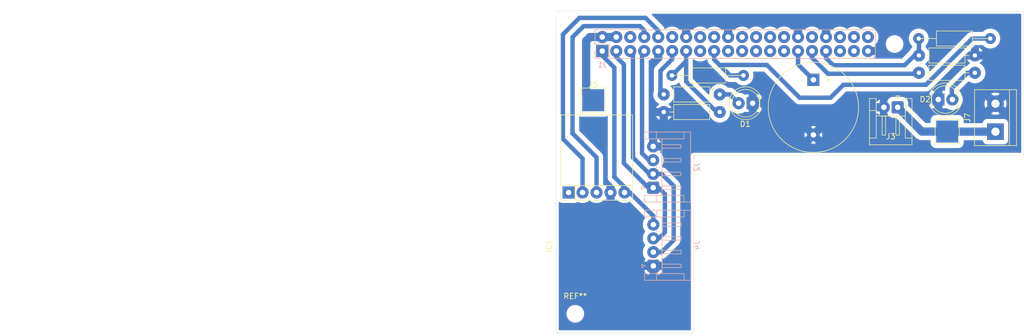
<source format=kicad_pcb>
(kicad_pcb (version 20240108) (generator "pcbnew") (generator_version "8.0")
  (layers (0 "F.Cu" signal) (31 "B.Cu" signal) (34 "B.Paste" user) (35 "F.Paste" user) (36 "B.SilkS" user "B.Silkscreen") (37 "F.SilkS" user "F.Silkscreen") (38 "B.Mask" user) (39 "F.Mask" user) (44 "Edge.Cuts" user))
  (net 0 "")
  (net 1 "GPIO5")
  (net 2 "GPIO13")
  (net 3 "Net-(D1-A)")
  (net 5 "Net-(D2-A)")
  (net 6 "+3.3V")
  (net 7 "TX")
  (net 9 "RX")
  (net 10 "GND")
  (net 13 "GPIO6")
  (net 17 "GPIO27")
  (net 20 "GPIO17")
  (net 21 "+5V")
  (net 23 "SDA")
  (net 28 "SCL")
  (net 33 "GPIO4")
  (net 35 "Net-(J5-Pin_1)")
  (footprint "Library_komsos:JST_EH_S2B-EH_1x02_P2.50mm_Horizontal_kosmos" (layer "F.Cu") (at 208.05 64.4925 180)
    (property "Reference" "J3" (at 1.25 -5.3025 0) (layer "F.SilkS"))
    (property "Value" "Cable_Extention_Stereo")
    (fp_line (start 5.11 1.61) (end 3.89 1.61) (stroke (width 0.12)) (layer "F.SilkS"))
    (fp_line (start 5.11 -5.59) (end 3.89 -5.59) (stroke (width 0.12)) (layer "F.SilkS"))
    (fp_line (start 5.11 -6.81) (end 5.11 1.61) (stroke (width 0.12)) (layer "F.SilkS"))
    (fp_line (start 3.89 1.61) (end 3.89 -0.59) (stroke (width 0.12)) (layer "F.SilkS"))
    (fp_line (start 3.89 -0.59) (end 5.11 -0.59) (stroke (width 0.12)) (layer "F.SilkS"))
    (fp_line (start 3.89 -5.59) (end 3.89 -0.59) (stroke (width 0.12)) (layer "F.SilkS"))
    (fp_line (start 2.82 -1.59) (end 2.5 -1.59) (stroke (width 0.12)) (layer "F.SilkS"))
    (fp_line (start 2.82 -5.01) (end 2.82 -1.59) (stroke (width 0.12)) (layer "F.SilkS"))
    (fp_line (start 2.5 -1.59) (end 2.18 -1.59) (stroke (width 0.12)) (layer "F.SilkS"))
    (fp_line (start 2.5 -5.09) (end 2.82 -5.01) (stroke (width 0.12)) (layer "F.SilkS"))
    (fp_line (start 2.18 -1.59) (end 2.18 -5.01) (stroke (width 0.12)) (layer "F.SilkS"))
    (fp_line (start 2.18 -5.01) (end 2.5 -5.09) (stroke (width 0.12)) (layer "F.SilkS"))
    (fp_line (start 1.17 -0.59) (end 1.33 -0.59) (stroke (width 0.12)) (layer "F.SilkS"))
    (fp_line (start 0.32 -1.59) (end 0 -1.59) (stroke (width 0.12)) (layer "F.SilkS"))
    (fp_line (start 0.32 -5.01) (end 0.32 -1.59) (stroke (width 0.12)) (layer "F.SilkS"))
    (fp_line (start 0.3 2.1) (end 0 1.5) (stroke (width 0.12)) (layer "F.SilkS"))
    (fp_line (start 0 1.5) (end -0.3 2.1) (stroke (width 0.12)) (layer "F.SilkS"))
    (fp_line (start 0 -1.59) (end -0.32 -1.59) (stroke (width 0.12)) (layer "F.SilkS"))
    (fp_line (start 0 -5.09) (end 0.32 -5.01) (stroke (width 0.12)) (layer "F.SilkS"))
    (fp_line (start -0.3 2.1) (end 0.3 2.1) (stroke (width 0.12)) (layer "F.SilkS"))
    (fp_line (start -0.32 -1.59) (end -0.32 -5.01) (stroke (width 0.12)) (layer "F.SilkS"))
    (fp_line (start -0.32 -5.01) (end 0 -5.09) (stroke (width 0.12)) (layer "F.SilkS"))
    (fp_line (start -1.39 1.61) (end -2.61 1.61) (stroke (width 0.12)) (layer "F.SilkS"))
    (fp_line (start -1.39 -0.59) (end -1.39 1.61) (stroke (width 0.12)) (layer "F.SilkS"))
    (fp_line (start -1.39 -0.59) (end -2.61 -0.59) (stroke (width 0.12)) (layer "F.SilkS"))
    (fp_line (start -1.39 -1.59) (end 3.89 -1.59) (stroke (width 0.12)) (layer "F.SilkS"))
    (fp_line (start -1.39 -5.59) (end -1.39 -0.59) (stroke (width 0.12)) (layer "F.SilkS"))
    (fp_line (start -2.61 1.61) (end -2.61 -6.81) (stroke (width 0.12)) (layer "F.SilkS"))
    (fp_line (start -2.61 -5.59) (end -1.39 -5.59) (stroke (width 0.12)) (layer "F.SilkS"))
    (fp_line (start -2.61 -6.81) (end 5.11 -6.81) (stroke (width 0.12)) (layer "F.SilkS"))
    (pad "1" thru_hole roundrect (at 0 0 180) (size 2.2 2.2) (drill 1) (layers "*.Cu" "*.Mask") (roundrect_rratio 0.147059) (net 21 "+5V"))
    (pad "2" thru_hole oval (at 2.5 0 180) (size 2.2 2.2) (drill 1) (layers "*.Cu" "*.Mask") (net 10 "GND"))
  )
  (footprint "Library_komsos:MountingHole_2.2mm_M2" (layer "F.Cu") (at 149.5 102)
    (property "Reference" "REF**" (at 0 -3.2 0) (layer "F.SilkS"))
    (property "Value" "MountingHole_2.2mm_M2")
    (pad "" np_thru_hole circle (at 0 0) (size 2.2 2.2) (drill 2.2) (layers "F&B.Cu" "*.Mask") (clearance 0.5))
  )
  (footprint "Library_komsos:TestPoint_Pad_4.0x4.0mm_KOSMOS" (layer "F.Cu") (at 152.75 63.2)
    (property "Reference" "J5" (at 0 -2.898 0) (layer "F.SilkS"))
    (property "Value" "Conn_01x01_Socket_Solder_Pad" (hide yes))
    (fp_line (start -2.2 -2.2) (end 2.2 -2.2) (stroke (width 0.12)) (layer "F.SilkS"))
    (fp_line (start -2.2 2.2) (end -2.2 -2.2) (stroke (width 0.12)) (layer "F.SilkS"))
    (fp_line (start 2.2 -2.2) (end 2.2 2.2) (stroke (width 0.12)) (layer "F.SilkS"))
    (fp_line (start 2.2 2.2) (end -2.2 2.2) (stroke (width 0.12)) (layer "F.SilkS"))
    (pad "1" smd rect (at 0 0) (size 4 4) (layers "B.Cu" "B.Mask") (net 35 "Net-(J5-Pin_1)") (clearance 1))
  )
  (footprint "Library_komsos:R_Axial_DIN0207_L6.3mm_D2.5mm_P10.16mm_Horizontal_v2.2mm" (layer "F.Cu") (at 211.92 58.225)
    (property "Reference" "R2" (hide yes))
    (property "Value" "260")
    (fp_line (start 1.04 0) (end 1.81 0) (stroke (width 0.12)) (layer "F.SilkS"))
    (fp_line (start 1.81 -1.37) (end 1.81 1.37) (stroke (width 0.12)) (layer "F.SilkS"))
    (fp_line (start 1.81 1.37) (end 8.35 1.37) (stroke (width 0.12)) (layer "F.SilkS"))
    (fp_line (start 8.35 -1.37) (end 1.81 -1.37) (stroke (width 0.12)) (layer "F.SilkS"))
    (fp_line (start 8.35 1.37) (end 8.35 -1.37) (stroke (width 0.12)) (layer "F.SilkS"))
    (fp_line (start 9.12 0) (end 8.35 0) (stroke (width 0.12)) (layer "F.SilkS"))
    (pad "1" thru_hole oval (at 0 0) (size 2.2 2.2) (drill 0.8) (layers "*.Cu" "*.Mask") (net 13 "GPIO6"))
    (pad "2" thru_hole oval (at 10.16 0) (size 2.2 2.2) (drill 0.8) (layers "*.Cu" "*.Mask") (net 5 "Net-(D2-A)"))
  )
  (footprint "Library_komsos:R_Axial_DIN0207_L6.3mm_D2.5mm_P13.24mm_Horizontal_v2mm" (layer "F.Cu") (at 211.88 52)
    (property "Reference" "SW2" (hide yes))
    (property "Value" "SW_OFF")
    (fp_line (start -0.08 0) (end 3.23 0) (stroke (width 0.12)) (layer "F.SilkS"))
    (fp_line (start 3.23 -1.37) (end 3.23 1.37) (stroke (width 0.12)) (layer "F.SilkS"))
    (fp_line (start 3.23 1.37) (end 9.77 1.37) (stroke (width 0.12)) (layer "F.SilkS"))
    (fp_line (start 9.77 -1.37) (end 3.23 -1.37) (stroke (width 0.12)) (layer "F.SilkS"))
    (fp_line (start 9.77 1.37) (end 9.77 -1.37) (stroke (width 0.12)) (layer "F.SilkS"))
    (fp_line (start 13 0) (end 9.795 0) (stroke (width 0.12)) (layer "F.SilkS"))
    (pad "1" thru_hole circle (at 0 0) (size 2 2) (drill 0.8) (layers "*.Cu" "*.Mask") (net 2 "GPIO13"))
    (pad "2" thru_hole oval (at 13 0) (size 2 2) (drill 0.8) (layers "*.Cu" "*.Mask") (net 6 "+3.3V"))
  )
  (footprint "Library_komsos:R_Axial_DIN0207_L6.3mm_D2.5mm_P13.24mm_Horizontal_v2mm" (layer "F.Cu") (at 167.05 58.7)
    (property "Reference" "SW1" (hide yes))
    (property "Value" "SW_REC")
    (fp_line (start -0.08 0) (end 3.23 0) (stroke (width 0.12)) (layer "F.SilkS"))
    (fp_line (start 3.23 -1.37) (end 3.23 1.37) (stroke (width 0.12)) (layer "F.SilkS"))
    (fp_line (start 3.23 1.37) (end 9.77 1.37) (stroke (width 0.12)) (layer "F.SilkS"))
    (fp_line (start 9.77 -1.37) (end 3.23 -1.37) (stroke (width 0.12)) (layer "F.SilkS"))
    (fp_line (start 9.77 1.37) (end 9.77 -1.37) (stroke (width 0.12)) (layer "F.SilkS"))
    (fp_line (start 13 0) (end 9.795 0) (stroke (width 0.12)) (layer "F.SilkS"))
    (pad "1" thru_hole circle (at 0 0) (size 2 2) (drill 0.8) (layers "*.Cu" "*.Mask") (net 17 "GPIO27"))
    (pad "2" thru_hole oval (at 13 0) (size 2 2) (drill 0.8) (layers "*.Cu" "*.Mask") (net 6 "+3.3V"))
  )
  (footprint "Library_komsos:TerminalBlock_bornier-2_P5.08mm_v3mm" (layer "F.Cu") (at 225.825 68.915 90)
    (property "Reference" "J7" (at 2.54 -5.08 90) (layer "F.SilkS"))
    (property "Value" "Alim_Principale")
    (fp_line (start 7.62 -3.81) (end -2.54 -3.81) (stroke (width 0.12)) (layer "F.SilkS"))
    (fp_line (start -2.54 -3.81) (end -2.54 3.81) (stroke (width 0.12)) (layer "F.SilkS"))
    (fp_line (start 7.62 2.54) (end -2.54 2.54) (stroke (width 0.12)) (layer "F.SilkS"))
    (fp_line (start 7.62 3.81) (end 7.62 -3.81) (stroke (width 0.12)) (layer "F.SilkS"))
    (fp_line (start -2.54 3.81) (end 7.62 3.81) (stroke (width 0.12)) (layer "F.SilkS"))
    (pad "1" thru_hole rect (at 0 0 90) (size 3 3) (drill 1.5) (layers "*.Cu" "*.Mask") (net 21 "+5V"))
    (pad "2" thru_hole circle (at 5.08 0 90) (size 3 3) (drill 1.5) (layers "*.Cu" "*.Mask") (net 10 "GND"))
  )
  (footprint "Library_komsos:Buzzer_D16.8_H8.2_P10_v2.2" (layer "F.Cu") (at 192.75 59.5 -90)
    (property "Reference" "BZ1" (hide yes))
    (property "Value" "Buzzer")
    (fp_circle (center 5 0) (end 13.2 0) (stroke (width 0.12)) (fill none) (layer "F.SilkS"))
    (fp_text user "+" (at 0 -2.54 90) (layer "F.SilkS"))
    (pad "1" thru_hole rect (at 0 0 270) (size 2.2 2.2) (drill 1) (layers "*.Cu" "*.Mask") (net 1 "GPIO5"))
    (pad "2" thru_hole circle (at 10 0 270) (size 2.2 2.2) (drill 1) (layers "*.Cu" "*.Mask") (net 10 "GND"))
  )
  (footprint "Library_komsos:GPS_BDS_BeiDou_Dual_Module_v2.2mm" (layer "F.Cu") (at 148.28 79.97 90)
    (property "Reference" "IC1" (at -9.75 -3.5 90) (layer "F.SilkS"))
    (property "Value" "Module_GPS")
    (fp_line (start 14.1 -1.4) (end 1.27 -1.4) (stroke (width 0.12)) (layer "F.SilkS"))
    (fp_line (start 1.27 -1.4) (end 1.27 1.27) (stroke (width 0.12)) (layer "F.SilkS"))
    (fp_line (start 0 -1.4) (end -1.4 -1.4) (stroke (width 0.12)) (layer "F.SilkS"))
    (fp_line (start -1.4 -1.4) (end -1.4 0) (stroke (width 0.12)) (layer "F.SilkS"))
    (fp_line (start 1.27 1.27) (end -1.4 1.27) (stroke (width 0.12)) (layer "F.SilkS"))
    (fp_line (start 1.27 1.27) (end 1.27 11.63) (stroke (width 0.12)) (layer "F.SilkS"))
    (fp_line (start -1.4 1.27) (end -1.4 11.63) (stroke (width 0.12)) (layer "F.SilkS"))
    (fp_line (start 14.1 11.63) (end 14.1 -1.4) (stroke (width 0.12)) (layer "F.SilkS"))
    (fp_line (start -1.4 11.63) (end 14.1 11.63) (stroke (width 0.12)) (layer "F.SilkS"))
    (pad "1" thru_hole rect (at 0 0 90) (size 2.2 2.2) (drill 1) (layers "*.Cu" "*.Mask" "B.Adhes"))
    (pad "2" thru_hole oval (at 0 2.54 90) (size 2.2 2.2) (drill 1) (layers "*.Cu" "*.Mask") (net 9 "RX"))
    (pad "3" thru_hole oval (at 0 5.08 90) (size 2.2 2.2) (drill 1) (layers "*.Cu" "*.Mask") (net 7 "TX"))
    (pad "4" thru_hole oval (at 0 7.62 90) (size 2.2 2.2) (drill 1) (layers "*.Cu" "*.Mask") (net 10 "GND"))
    (pad "5" thru_hole oval (at 0 10.16 90) (size 2.2 2.2) (drill 1) (layers "*.Cu" "*.Mask") (net 6 "+3.3V"))
  )
  (footprint "Library_komsos:LED_D5.0mm_v2.2mm" (layer "F.Cu") (at 181.715 63.75 180)
    (property "Reference" "D1" (at 1.34 -3.775 0) (layer "F.SilkS"))
    (property "Value" "LED_verte")
    (fp_line (start -1.29 -1.545) (end -1.29 1.545) (stroke (width 0.12)) (layer "F.SilkS"))
    (fp_arc (start 4.26 -0.000462) (mid 2.072002 2.880433) (end -1.29 1.54483) (stroke (width 0.12)) (layer "F.SilkS"))
    (fp_arc (start -1.29 -1.54483) (mid 2.072002 -2.880433) (end 4.26 0.000462) (stroke (width 0.12)) (layer "F.SilkS"))
    (fp_circle (center 1.27 0) (end 3.77 0) (stroke (width 0.12)) (fill none) (layer "F.SilkS"))
    (pad "1" thru_hole rect (at 0 0 180) (size 2.2 2.2) (drill 1) (layers "*.Cu" "*.Mask") (net 10 "GND"))
    (pad "2" thru_hole circle (at 2.54 0 180) (size 2.2 2.2) (drill 1) (layers "*.Cu" "*.Mask") (net 3 "Net-(D1-A)"))
  )
  (footprint "Library_komsos:MountingHole_2.2mm_M2" (layer "F.Cu") (at 207.5 53)
    (property "Reference" "REF**" (hide yes))
    (property "Value" "MountingHole_2.2mm_M2")
    (pad "" np_thru_hole circle (at 0 0) (size 2.2 2.2) (drill 2.2) (layers "F&B.Cu" "*.Mask") (clearance 0.5))
  )
  (footprint "Library_komsos:LED_D5.0mm_v2.2mm" (layer "F.Cu") (at 215.45 63.075)
    (property "Reference" "D2" (at -2.4 -0.025 0) (layer "F.SilkS"))
    (property "Value" "LED_rouge")
    (fp_line (start -1.29 -1.545) (end -1.29 1.545) (stroke (width 0.12)) (layer "F.SilkS"))
    (fp_arc (start -1.29 -1.54483) (mid 2.072002 -2.880433) (end 4.26 0.000462) (stroke (width 0.12)) (layer "F.SilkS"))
    (fp_arc (start 4.26 -0.000462) (mid 2.072002 2.880433) (end -1.29 1.54483) (stroke (width 0.12)) (layer "F.SilkS"))
    (fp_circle (center 1.27 0) (end 3.77 0) (stroke (width 0.12)) (fill none) (layer "F.SilkS"))
    (pad "1" thru_hole rect (at 0 0) (size 2.2 2.2) (drill 1) (layers "*.Cu" "*.Mask") (net 10 "GND"))
    (pad "2" thru_hole circle (at 2.54 0) (size 2.2 2.2) (drill 1) (layers "*.Cu" "*.Mask") (net 5 "Net-(D2-A)"))
  )
  (footprint "Library_komsos:TestPoint_Pad_4.0x4.0mm_KOSMOS" (layer "F.Cu") (at 217.05 68.9)
    (property "Reference" "J6" (hide yes))
    (property "Value" "Conn_01x01_Socket_Solder_Pad" (hide yes))
    (fp_line (start -2.2 -2.2) (end 2.2 -2.2) (stroke (width 0.12)) (layer "F.SilkS"))
    (fp_line (start -2.2 2.2) (end -2.2 -2.2) (stroke (width 0.12)) (layer "F.SilkS"))
    (fp_line (start 2.2 -2.2) (end 2.2 2.2) (stroke (width 0.12)) (layer "F.SilkS"))
    (fp_line (start 2.2 2.2) (end -2.2 2.2) (stroke (width 0.12)) (layer "F.SilkS"))
    (pad "1" smd rect (at 0 0) (size 4 4) (layers "B.Cu" "B.Mask") (net 21 "+5V") (clearance 1))
  )
  (footprint "Library_komsos:R_Axial_DIN0207_L6.3mm_D2.5mm_P10.16mm_Horizontal_v2.2mm" (layer "F.Cu") (at 211.925 55.075)
    (property "Reference" "R4" (hide yes))
    (property "Value" "10k")
    (fp_line (start 1.04 0) (end 1.81 0) (stroke (width 0.12)) (layer "F.SilkS"))
    (fp_line (start 1.81 -1.37) (end 1.81 1.37) (stroke (width 0.12)) (layer "F.SilkS"))
    (fp_line (start 1.81 1.37) (end 8.35 1.37) (stroke (width 0.12)) (layer "F.SilkS"))
    (fp_line (start 8.35 -1.37) (end 1.81 -1.37) (stroke (width 0.12)) (layer "F.SilkS"))
    (fp_line (start 8.35 1.37) (end 8.35 -1.37) (stroke (width 0.12)) (layer "F.SilkS"))
    (fp_line (start 9.12 0) (end 8.35 0) (stroke (width 0.12)) (layer "F.SilkS"))
    (pad "1" thru_hole oval (at 0 0) (size 2.2 2.2) (drill 0.8) (layers "*.Cu" "*.Mask") (net 2 "GPIO13"))
    (pad "2" thru_hole oval (at 10.16 0) (size 2.2 2.2) (drill 0.8) (layers "*.Cu" "*.Mask") (net 10 "GND"))
  )
  (footprint "Library_komsos:R_Axial_DIN0207_L6.3mm_D2.5mm_P10.16mm_Horizontal_v2.2mm" (layer "F.Cu") (at 175.73 65.35 180)
    (property "Reference" "R3" (hide yes))
    (property "Value" "10k")
    (fp_line (start 9.12 0) (end 8.35 0) (stroke (width 0.12)) (layer "F.SilkS"))
    (fp_line (start 8.35 1.37) (end 8.35 -1.37) (stroke (width 0.12)) (layer "F.SilkS"))
    (fp_line (start 8.35 -1.37) (end 1.81 -1.37) (stroke (width 0.12)) (layer "F.SilkS"))
    (fp_line (start 1.81 1.37) (end 8.35 1.37) (stroke (width 0.12)) (layer "F.SilkS"))
    (fp_line (start 1.81 -1.37) (end 1.81 1.37) (stroke (width 0.12)) (layer "F.SilkS"))
    (fp_line (start 1.04 0) (end 1.81 0) (stroke (width 0.12)) (layer "F.SilkS"))
    (pad "1" thru_hole oval (at 0 0 180) (size 2.2 2.2) (drill 0.8) (layers "*.Cu" "*.Mask") (net 17 "GPIO27"))
    (pad "2" thru_hole oval (at 10.16 0 180) (size 2.2 2.2) (drill 0.8) (layers "*.Cu" "*.Mask") (net 10 "GND"))
  )
  (footprint "Library_komsos:R_Axial_DIN0207_L6.3mm_D2.5mm_P10.16mm_Horizontal_v2.2mm" (layer "F.Cu") (at 165.57 62.15)
    (property "Reference" "R1" (hide yes))
    (property "Value" "260")
    (fp_line (start 1.04 0) (end 1.81 0) (stroke (width 0.12)) (layer "F.SilkS"))
    (fp_line (start 1.81 -1.37) (end 1.81 1.37) (stroke (width 0.12)) (layer "F.SilkS"))
    (fp_line (start 1.81 1.37) (end 8.35 1.37) (stroke (width 0.12)) (layer "F.SilkS"))
    (fp_line (start 8.35 -1.37) (end 1.81 -1.37) (stroke (width 0.12)) (layer "F.SilkS"))
    (fp_line (start 8.35 1.37) (end 8.35 -1.37) (stroke (width 0.12)) (layer "F.SilkS"))
    (fp_line (start 9.12 0) (end 8.35 0) (stroke (width 0.12)) (layer "F.SilkS"))
    (pad "1" thru_hole oval (at 0 0) (size 2.2 2.2) (drill 0.8) (layers "*.Cu" "*.Mask") (net 20 "GPIO17"))
    (pad "2" thru_hole oval (at 10.16 0) (size 2.2 2.2) (drill 0.8) (layers "*.Cu" "*.Mask") (net 3 "Net-(D1-A)"))
  )
  (footprint "Library_komsos:JST_EH_S4B-EH_1x04_P2.50mm_Horizontal_kosmos" (layer "B.Cu") (at 163.6425 79.1 90)
    (property "Reference" "J2" (at 3.75 7.9 90) (layer "B.SilkS") (effects (justify mirror)))
    (property "Value" "Arduino_Motor")
    (fp_line (start 0.3 -2.1) (end -0.3 -2.1) (stroke (width 0.12)) (layer "B.SilkS"))
    (fp_line (start -0.3 -2.1) (end 0 -1.5) (stroke (width 0.12)) (layer "B.SilkS"))
    (fp_line (start 10.11 -1.61) (end 10.11 6.81) (stroke (width 0.12)) (layer "B.SilkS"))
    (fp_line (start 8.89 -1.61) (end 10.11 -1.61) (stroke (width 0.12)) (layer "B.SilkS"))
    (fp_line (start -1.39 -1.61) (end -1.39 0.59) (stroke (width 0.12)) (layer "B.SilkS"))
    (fp_line (start -2.61 -1.61) (end -1.39 -1.61) (stroke (width 0.12)) (layer "B.SilkS"))
    (fp_line (start 0 -1.5) (end 0.3 -2.1) (stroke (width 0.12)) (layer "B.SilkS"))
    (fp_line (start 10.11 0.59) (end 8.89 0.59) (stroke (width 0.12)) (layer "B.SilkS"))
    (fp_line (start 8.89 0.59) (end 8.89 -1.61) (stroke (width 0.12)) (layer "B.SilkS"))
    (fp_line (start 8.89 0.59) (end 8.89 5.59) (stroke (width 0.12)) (layer "B.SilkS"))
    (fp_line (start 6.33 0.59) (end 6.17 0.59) (stroke (width 0.12)) (layer "B.SilkS"))
    (fp_line (start 3.83 0.59) (end 3.67 0.59) (stroke (width 0.12)) (layer "B.SilkS"))
    (fp_line (start 1.33 0.59) (end 1.17 0.59) (stroke (width 0.12)) (layer "B.SilkS"))
    (fp_line (start -1.39 0.59) (end -1.39 5.59) (stroke (width 0.12)) (layer "B.SilkS"))
    (fp_line (start -2.61 0.59) (end -1.39 0.59) (stroke (width 0.12)) (layer "B.SilkS"))
    (fp_line (start 8.89 1.59) (end -1.39 1.59) (stroke (width 0.12)) (layer "B.SilkS"))
    (fp_line (start 7.82 1.59) (end 7.82 5.01) (stroke (width 0.12)) (layer "B.SilkS"))
    (fp_line (start 7.5 1.59) (end 7.82 1.59) (stroke (width 0.12)) (layer "B.SilkS"))
    (fp_line (start 7.18 1.59) (end 7.5 1.59) (stroke (width 0.12)) (layer "B.SilkS"))
    (fp_line (start 5.32 1.59) (end 5.32 5.01) (stroke (width 0.12)) (layer "B.SilkS"))
    (fp_line (start 5 1.59) (end 5.32 1.59) (stroke (width 0.12)) (layer "B.SilkS"))
    (fp_line (start 4.68 1.59) (end 5 1.59) (stroke (width 0.12)) (layer "B.SilkS"))
    (fp_line (start 2.82 1.59) (end 2.82 5.01) (stroke (width 0.12)) (layer "B.SilkS"))
    (fp_line (start 2.5 1.59) (end 2.82 1.59) (stroke (width 0.12)) (layer "B.SilkS"))
    (fp_line (start 2.18 1.59) (end 2.5 1.59) (stroke (width 0.12)) (layer "B.SilkS"))
    (fp_line (start 0.32 1.59) (end 0.32 5.01) (stroke (width 0.12)) (layer "B.SilkS"))
    (fp_line (start 0 1.59) (end 0.32 1.59) (stroke (width 0.12)) (layer "B.SilkS"))
    (fp_line (start -0.32 1.59) (end 0 1.59) (stroke (width 0.12)) (layer "B.SilkS"))
    (fp_line (start 7.82 5.01) (end 7.5 5.09) (stroke (width 0.12)) (layer "B.SilkS"))
    (fp_line (start 7.18 5.01) (end 7.18 1.59) (stroke (width 0.12)) (layer "B.SilkS"))
    (fp_line (start 5.32 5.01) (end 5 5.09) (stroke (width 0.12)) (layer "B.SilkS"))
    (fp_line (start 4.68 5.01) (end 4.68 1.59) (stroke (width 0.12)) (layer "B.SilkS"))
    (fp_line (start 2.82 5.01) (end 2.5 5.09) (stroke (width 0.12)) (layer "B.SilkS"))
    (fp_line (start 2.18 5.01) (end 2.18 1.59) (stroke (width 0.12)) (layer "B.SilkS"))
    (fp_line (start 0.32 5.01) (end 0 5.09) (stroke (width 0.12)) (layer "B.SilkS"))
    (fp_line (start -0.32 5.01) (end -0.32 1.59) (stroke (width 0.12)) (layer "B.SilkS"))
    (fp_line (start 7.5 5.09) (end 7.18 5.01) (stroke (width 0.12)) (layer "B.SilkS"))
    (fp_line (start 5 5.09) (end 4.68 5.01) (stroke (width 0.12)) (layer "B.SilkS"))
    (fp_line (start 2.5 5.09) (end 2.18 5.01) (stroke (width 0.12)) (layer "B.SilkS"))
    (fp_line (start 0 5.09) (end -0.32 5.01) (stroke (width 0.12)) (layer "B.SilkS"))
    (fp_line (start 8.89 5.59) (end 10.11 5.59) (stroke (width 0.12)) (layer "B.SilkS"))
    (fp_line (start -1.39 5.59) (end -2.61 5.59) (stroke (width 0.12)) (layer "B.SilkS"))
    (fp_line (start 10.11 6.81) (end -2.61 6.81) (stroke (width 0.12)) (layer "B.SilkS"))
    (fp_line (start -2.61 6.81) (end -2.61 -1.61) (stroke (width 0.12)) (layer "B.SilkS"))
    (pad "1" thru_hole roundrect (at 0 0 90) (size 2.2 2.2) (drill 1) (layers "*.Cu" "*.Mask") (roundrect_rratio 0.147059) (net 23 "SDA"))
    (pad "2" thru_hole oval (at 2.5 0 90) (size 2.2 2.2) (drill 1) (layers "*.Cu" "*.Mask") (net 28 "SCL"))
    (pad "3" thru_hole oval (at 5 0 90) (size 2.2 2.2) (drill 1) (layers "*.Cu" "*.Mask") (net 33 "GPIO4"))
    (pad "4" thru_hole oval (at 7.5 0 90) (size 2.2 2.2) (drill 1) (layers "*.Cu" "*.Mask") (net 10 "GND"))
  )
  (footprint "Library_komsos:PinSocket_2x20_P2.54mm_Vertical_pad2.2mm" (layer "B.Cu") (at 154.4 54.27 -90)
    (property "Reference" "J1" (at 2.5 0 0) (layer "B.SilkS") (effects (justify mirror)))
    (property "Value" "Raspberry_Pi_2_3")
    (fp_line (start -1.27 1.33) (end -3.87 1.33) (stroke (width 0.12)) (layer "B.SilkS"))
    (fp_line (start 1.33 1.33) (end 0 1.33) (stroke (width 0.12)) (layer "B.SilkS"))
    (fp_line (start 1.33 0) (end 1.33 1.33) (stroke (width 0.12)) (layer "B.SilkS"))
    (fp_line (start -1.27 -1.27) (end -1.27 1.33) (stroke (width 0.12)) (layer "B.SilkS"))
    (fp_line (start 1.33 -1.27) (end -1.27 -1.27) (stroke (width 0.12)) (layer "B.SilkS"))
    (fp_line (start -3.87 -49.59) (end -3.87 1.33) (stroke (width 0.12)) (layer "B.SilkS"))
    (fp_line (start 1.33 -49.59) (end 1.33 -1.27) (stroke (width 0.12)) (layer "B.SilkS"))
    (fp_line (start 1.33 -49.59) (end -3.87 -49.59) (stroke (width 0.12)) (layer "B.SilkS"))
    (pad "1" thru_hole rect (at 0 0 270) (size 2.2 2.2) (drill 1) (layers "*.Cu" "*.Mask") (net 6 "+3.3V"))
    (pad "2" thru_hole oval (at -2.54 0 270) (size 2.2 2.2) (drill 1) (layers "*.Cu" "*.Mask") (net 35 "Net-(J5-Pin_1)"))
    (pad "3" thru_hole oval (at 0 -2.54 270) (size 2.2 2.2) (drill 1) (layers "*.Cu" "*.Mask") (net 23 "SDA"))
    (pad "4" thru_hole oval (at -2.54 -2.54 270) (size 2.2 2.2) (drill 1) (layers "*.Cu" "*.Mask") (net 35 "Net-(J5-Pin_1)"))
    (pad "5" thru_hole oval (at 0 -5.08 270) (size 2.2 2.2) (drill 1) (layers "*.Cu" "*.Mask") (net 28 "SCL"))
    (pad "6" thru_hole oval (at -2.54 -5.08 270) (size 2.2 2.2) (drill 1) (layers "*.Cu" "*.Mask") (net 10 "GND"))
    (pad "7" thru_hole oval (at 0 -7.62 270) (size 2.2 2.2) (drill 1) (layers "*.Cu" "*.Mask") (net 33 "GPIO4"))
    (pad "8" thru_hole oval (at -2.54 -7.62 270) (size 2.2 2.2) (drill 1) (layers "*.Cu" "*.Mask") (net 7 "TX"))
    (pad "9" thru_hole oval (at 0 -10.16 270) (size 2.2 2.2) (drill 1) (layers "*.Cu" "*.Mask") (net 10 "GND"))
    (pad "10" thru_hole oval (at -2.54 -10.16 270) (size 2.2 2.2) (drill 1) (layers "*.Cu" "*.Mask") (net 9 "RX"))
    (pad "11" thru_hole oval (at 0 -12.7 270) (size 2.2 2.2) (drill 1) (layers "*.Cu" "*.Mask") (net 20 "GPIO17"))
    (pad "12" thru_hole oval (at -2.54 -12.7 270) (size 2.2 2.2) (drill 1) (layers "*.Cu" "*.Mask"))
    (pad "13" thru_hole oval (at 0 -15.24 270) (size 2.2 2.2) (drill 1) (layers "*.Cu" "*.Mask") (net 17 "GPIO27"))
    (pad "14" thru_hole oval (at -2.54 -15.24 270) (size 2.2 2.2) (drill 1) (layers "*.Cu" "*.Mask") (net 10 "GND"))
    (pad "15" thru_hole oval (at 0 -17.78 270) (size 2.2 2.2) (drill 1) (layers "*.Cu" "*.Mask"))
    (pad "16" thru_hole oval (at -2.54 -17.78 270) (size 2.2 2.2) (drill 1) (layers "*.Cu" "*.Mask"))
    (pad "17" thru_hole oval (at 0 -20.32 270) (size 2.2 2.2) (drill 1) (layers "*.Cu" "*.Mask") (net 6 "+3.3V"))
    (pad "18" thru_hole oval (at -2.54 -20.32 270) (size 2.2 2.2) (drill 1) (layers "*.Cu" "*.Mask"))
    (pad "19" thru_hole oval (at 0 -22.86 270) (size 2.2 2.2) (drill 1) (layers "*.Cu" "*.Mask"))
    (pad "20" thru_hole oval (at -2.54 -22.86 270) (size 2.2 2.2) (drill 1) (layers "*.Cu" "*.Mask") (net 10 "GND"))
    (pad "21" thru_hole oval (at 0 -25.4 270) (size 2.2 2.2) (drill 1) (layers "*.Cu" "*.Mask"))
    (pad "22" thru_hole oval (at -2.54 -25.4 270) (size 2.2 2.2) (drill 1) (layers "*.Cu" "*.Mask"))
    (pad "23" thru_hole oval (at 0 -27.94 270) (size 2.2 2.2) (drill 1) (layers "*.Cu" "*.Mask"))
    (pad "24" thru_hole oval (at -2.54 -27.94 270) (size 2.2 2.2) (drill 1) (layers "*.Cu" "*.Mask"))
    (pad "25" thru_hole oval (at 0 -30.48 270) (size 2.2 2.2) (drill 1) (layers "*.Cu" "*.Mask") (net 10 "GND"))
    (pad "26" thru_hole oval (at -2.54 -30.48 270) (size 2.2 2.2) (drill 1) (layers "*.Cu" "*.Mask"))
    (pad "27" thru_hole oval (at 0 -33.02 270) (size 2.2 2.2) (drill 1) (layers "*.Cu" "*.Mask"))
    (pad "28" thru_hole oval (at -2.54 -33.02 270) (size 2.2 2.2) (drill 1) (layers "*.Cu" "*.Mask"))
    (pad "29" thru_hole oval (at 0 -35.56 270) (size 2.2 2.2) (drill 1) (layers "*.Cu" "*.Mask") (net 1 "GPIO5"))
    (pad "30" thru_hole oval (at -2.54 -35.56 270) (size 2.2 2.2) (drill 1) (layers "*.Cu" "*.Mask") (net 10 "GND"))
    (pad "31" thru_hole oval (at 0 -38.1 270) (size 2.2 2.2) (drill 1) (layers "*.Cu" "*.Mask") (net 13 "GPIO6"))
    (pad "32" thru_hole oval (at -2.54 -38.1 270) (size 2.2 2.2) (drill 1) (layers "*.Cu" "*.Mask"))
    (pad "33" thru_hole oval (at 0 -40.64 270) (size 2.2 2.2) (drill 1) (layers "*.Cu" "*.Mask") (net 2 "GPIO13"))
    (pad "34" thru_hole oval (at -2.54 -40.64 270) (size 2.2 2.2) (drill 1) (layers "*.Cu" "*.Mask") (net 10 "GND"))
    (pad "35" thru_hole oval (at 0 -43.18 270) (size 2.2 2.2) (drill 1) (layers "*.Cu" "*.Mask"))
    (pad "36" thru_hole oval (at -2.54 -43.18 270) (size 2.2 2.2) (drill 1) (layers "*.Cu" "*.Mask"))
    (pad "37" thru_hole oval (at 0 -45.72 270) (size 2.2 2.2) (drill 1) (layers "*.Cu" "*.Mask"))
    (pad "38" thru_hole oval (at -2.54 -45.72 270) (size 2.2 2.2) (drill 1) (layers "*.Cu" "*.Mask"))
    (pad "39" thru_hole oval (at 0 -48.26 270) (size 2.2 2.2) (drill 1) (layers "*.Cu" "*.Mask") (net 10 "GND"))
    (pad "40" thru_hole oval (at -2.54 -48.26 270) (size 2.2 2.2) (drill 1) (layers "*.Cu" "*.Mask"))
  )
  (footprint "Library_komsos:JST_EH_S4B-EH_1x04_P2.50mm_Horizontal_kosmos" (layer "B.Cu") (at 163.675 93.3 90)
    (property "Reference" "J4" (at 3.75 7.9 90) (layer "B.SilkS") (effects (justify mirror)))
    (property "Value" "Capteur_Temp")
    (fp_line (start 0.3 -2.1) (end -0.3 -2.1) (stroke (width 0.12)) (layer "B.SilkS"))
    (fp_line (start -0.3 -2.1) (end 0 -1.5) (stroke (width 0.12)) (layer "B.SilkS"))
    (fp_line (start 10.11 -1.61) (end 10.11 6.81) (stroke (width 0.12)) (layer "B.SilkS"))
    (fp_line (start 8.89 -1.61) (end 10.11 -1.61) (stroke (width 0.12)) (layer "B.SilkS"))
    (fp_line (start -1.39 -1.61) (end -1.39 0.59) (stroke (width 0.12)) (layer "B.SilkS"))
    (fp_line (start -2.61 -1.61) (end -1.39 -1.61) (stroke (width 0.12)) (layer "B.SilkS"))
    (fp_line (start 0 -1.5) (end 0.3 -2.1) (stroke (width 0.12)) (layer "B.SilkS"))
    (fp_line (start 10.11 0.59) (end 8.89 0.59) (stroke (width 0.12)) (layer "B.SilkS"))
    (fp_line (start 8.89 0.59) (end 8.89 -1.61) (stroke (width 0.12)) (layer "B.SilkS"))
    (fp_line (start 8.89 0.59) (end 8.89 5.59) (stroke (width 0.12)) (layer "B.SilkS"))
    (fp_line (start 6.33 0.59) (end 6.17 0.59) (stroke (width 0.12)) (layer "B.SilkS"))
    (fp_line (start 3.83 0.59) (end 3.67 0.59) (stroke (width 0.12)) (layer "B.SilkS"))
    (fp_line (start 1.33 0.59) (end 1.17 0.59) (stroke (width 0.12)) (layer "B.SilkS"))
    (fp_line (start -1.39 0.59) (end -1.39 5.59) (stroke (width 0.12)) (layer "B.SilkS"))
    (fp_line (start -2.61 0.59) (end -1.39 0.59) (stroke (width 0.12)) (layer "B.SilkS"))
    (fp_line (start 8.89 1.59) (end -1.39 1.59) (stroke (width 0.12)) (layer "B.SilkS"))
    (fp_line (start 7.82 1.59) (end 7.82 5.01) (stroke (width 0.12)) (layer "B.SilkS"))
    (fp_line (start 7.5 1.59) (end 7.82 1.59) (stroke (width 0.12)) (layer "B.SilkS"))
    (fp_line (start 7.18 1.59) (end 7.5 1.59) (stroke (width 0.12)) (layer "B.SilkS"))
    (fp_line (start 5.32 1.59) (end 5.32 5.01) (stroke (width 0.12)) (layer "B.SilkS"))
    (fp_line (start 5 1.59) (end 5.32 1.59) (stroke (width 0.12)) (layer "B.SilkS"))
    (fp_line (start 4.68 1.59) (end 5 1.59) (stroke (width 0.12)) (layer "B.SilkS"))
    (fp_line (start 2.82 1.59) (end 2.82 5.01) (stroke (width 0.12)) (layer "B.SilkS"))
    (fp_line (start 2.5 1.59) (end 2.82 1.59) (stroke (width 0.12)) (layer "B.SilkS"))
    (fp_line (start 2.18 1.59) (end 2.5 1.59) (stroke (width 0.12)) (layer "B.SilkS"))
    (fp_line (start 0.32 1.59) (end 0.32 5.01) (stroke (width 0.12)) (layer "B.SilkS"))
    (fp_line (start 0 1.59) (end 0.32 1.59) (stroke (width 0.12)) (layer "B.SilkS"))
    (fp_line (start -0.32 1.59) (end 0 1.59) (stroke (width 0.12)) (layer "B.SilkS"))
    (fp_line (start 7.82 5.01) (end 7.5 5.09) (stroke (width 0.12)) (layer "B.SilkS"))
    (fp_line (start 7.18 5.01) (end 7.18 1.59) (stroke (width 0.12)) (layer "B.SilkS"))
    (fp_line (start 5.32 5.01) (end 5 5.09) (stroke (width 0.12)) (layer "B.SilkS"))
    (fp_line (start 4.68 5.01) (end 4.68 1.59) (stroke (width 0.12)) (layer "B.SilkS"))
    (fp_line (start 2.82 5.01) (end 2.5 5.09) (stroke (width 0.12)) (layer "B.SilkS"))
    (fp_line (start 2.18 5.01) (end 2.18 1.59) (stroke (width 0.12)) (layer "B.SilkS"))
    (fp_line (start 0.32 5.01) (end 0 5.09) (stroke (width 0.12)) (layer "B.SilkS"))
    (fp_line (start -0.32 5.01) (end -0.32 1.59) (stroke (width 0.12)) (layer "B.SilkS"))
    (fp_line (start 7.5 5.09) (end 7.18 5.01) (stroke (width 0.12)) (layer "B.SilkS"))
    (fp_line (start 5 5.09) (end 4.68 5.01) (stroke (width 0.12)) (layer "B.SilkS"))
    (fp_line (start 2.5 5.09) (end 2.18 5.01) (stroke (width 0.12)) (layer "B.SilkS"))
    (fp_line (start 0 5.09) (end -0.32 5.01) (stroke (width 0.12)) (layer "B.SilkS"))
    (fp_line (start 8.89 5.59) (end 10.11 5.59) (stroke (width 0.12)) (layer "B.SilkS"))
    (fp_line (start -1.39 5.59) (end -2.61 5.59) (stroke (width 0.12)) (layer "B.SilkS"))
    (fp_line (start 10.11 6.81) (end -2.61 6.81) (stroke (width 0.12)) (layer "B.SilkS"))
    (fp_line (start -2.61 6.81) (end -2.61 -1.61) (stroke (width 0.12)) (layer "B.SilkS"))
    (pad "1" thru_hole roundrect (at 0 0 90) (size 2.2 2.2) (drill 1) (layers "*.Cu" "*.Mask") (roundrect_rratio 0.147059) (net 10 "GND"))
    (pad "2" thru_hole oval (at 2.5 0 90) (size 2.2 2.2) (drill 1) (layers "*.Cu" "*.Mask") (net 28 "SCL"))
    (pad "3" thru_hole oval (at 5 0 90) (size 2.2 2.2) (drill 1) (layers "*.Cu" "*.Mask") (net 23 "SDA"))
    (pad "4" thru_hole oval (at 7.5 0 90) (size 2.2 2.2) (drill 1) (layers "*.Cu" "*.Mask") (net 6 "+3.3V"))
  )
  (gr_line (start 146 105.5) (end 171 105.5) (stroke (width 0.05)) (layer "Edge.Cuts"))
  (gr_line (start 146 47) (end 231 47) (stroke (width 0.05)) (layer "Edge.Cuts"))
  (gr_line (start 171 73.25) (end 231 73.25) (stroke (width 0.05)) (layer "Edge.Cuts"))
  (gr_line (start 171 105.5) (end 171 73.25) (stroke (width 0.05)) (layer "Edge.Cuts"))
  (gr_line (start 231 73.25) (end 231 47) (stroke (width 0.05)) (layer "Edge.Cuts"))
  (gr_line (start 146 47) (end 146 105.5) (stroke (width 0.05)) (layer "Edge.Cuts"))
  (segment (start 189.96 56.71) (end 192.75 59.5) (width 0.8) (layer "B.Cu") (net 1))
  (segment (start 189.96 54.27) (end 189.96 56.71) (width 0.8) (layer "B.Cu") (net 1))
  (segment (start 196.35 56.85) (end 209.325 56.85) (width 0.8) (layer "B.Cu") (net 2))
  (segment (start 195.04 54.27) (end 195.04 55.54) (width 0.8) (layer "B.Cu") (net 2))
  (segment (start 211.1 55.075) (end 211.925 55.075) (width 0.8) (layer "B.Cu") (net 2))
  (segment (start 211.88 52.02) (end 211.88 52) (width 0.8) (layer "B.Cu") (net 2))
  (segment (start 211.925 55.075) (end 211.925 52.045) (width 0.8) (layer "B.Cu") (net 2))
  (segment (start 195.04 55.54) (end 196.35 56.85) (width 0.8) (layer "B.Cu") (net 2))
  (segment (start 211.925 52.045) (end 211.88 52) (width 0.8) (layer "B.Cu") (net 2))
  (segment (start 209.325 56.85) (end 211.1 55.075) (width 0.8) (layer "B.Cu") (net 2))
  (segment (start 175.73 62.15) (end 177.575 62.15) (width 0.8) (layer "B.Cu") (net 3))
  (segment (start 177.575 62.15) (end 179.175 63.75) (width 0.8) (layer "B.Cu") (net 3))
  (segment (start 220.75 58.225) (end 217.9 61.075) (width 0.8) (layer "B.Cu") (net 5))
  (segment (start 217.9 62.985) (end 217.99 63.075) (width 0.8) (layer "B.Cu") (net 5))
  (segment (start 222.08 58.225) (end 220.75 58.225) (width 0.8) (layer "B.Cu") (net 5))
  (segment (start 217.9 61.075) (end 217.9 62.985) (width 0.8) (layer "B.Cu") (net 5))
  (segment (start 195.85 62.75) (end 190.25 62.75) (width 0.8) (layer "B.Cu") (net 6))
  (segment (start 174.72 55.82) (end 174.72 54.27) (width 0.8) (layer "B.Cu") (net 6))
  (segment (start 221.6 52) (end 213.2 60.4) (width 0.8) (layer "B.Cu") (net 6))
  (segment (start 156.6 57.3) (end 156.6 77.115) (width 0.8) (layer "B.Cu") (net 6))
  (segment (start 184.3 56.8) (end 175.7 56.8) (width 0.8) (layer "B.Cu") (net 6))
  (segment (start 163.675 84.225) (end 163.675 85.8) (width 0.8) (layer "B.Cu") (net 6))
  (segment (start 156.6 77.115) (end 156.58 77.135) (width 0.8) (layer "B.Cu") (net 6))
  (segment (start 154.4 55.1) (end 156.6 57.3) (width 0.8) (layer "B.Cu") (net 6))
  (segment (start 177.6 58.7) (end 175.7 56.8) (width 0.8) (layer "B.Cu") (net 6))
  (segment (start 180.05 58.7) (end 177.6 58.7) (width 0.8) (layer "B.Cu") (net 6))
  (segment (start 213.2 60.4) (end 198.2 60.4) (width 0.8) (layer "B.Cu") (net 6))
  (segment (start 198.2 60.4) (end 195.85 62.75) (width 0.8) (layer "B.Cu") (net 6))
  (segment (start 159.42 79.97) (end 163.675 84.225) (width 0.8) (layer "B.Cu") (net 6))
  (segment (start 224.88 52) (end 221.6 52) (width 0.8) (layer "B.Cu") (net 6))
  (segment (start 158.44 79.97) (end 159.42 79.97) (width 0.8) (layer "B.Cu") (net 6))
  (segment (start 154.4 54.27) (end 154.4 55.1) (width 0.8) (layer "B.Cu") (net 6))
  (segment (start 156.58 77.135) (end 158.44 78.995) (width 0.8) (layer "B.Cu") (net 6))
  (segment (start 190.25 62.75) (end 184.3 56.8) (width 0.8) (layer "B.Cu") (net 6))
  (segment (start 158.44 78.995) (end 158.44 79.97) (width 0.8) (layer "B.Cu") (net 6))
  (segment (start 175.7 56.8) (end 174.72 55.82) (width 0.8) (layer "B.Cu") (net 6))
  (segment (start 153.36 73.59) (end 153.36 79.97) (width 0.8) (layer "B.Cu") (net 7))
  (segment (start 161.25 49.75) (end 151 49.75) (width 0.8) (layer "B.Cu") (net 7))
  (segment (start 151 49.75) (end 149 51.75) (width 0.8) (layer "B.Cu") (net 7))
  (segment (start 149 69.19) (end 148.98 69.21) (width 0.8) (layer "B.Cu") (net 7))
  (segment (start 162.02 50.52) (end 161.25 49.75) (width 0.8) (layer "B.Cu") (net 7))
  (segment (start 149 51.75) (end 149 69.19) (width 0.8) (layer "B.Cu") (net 7))
  (segment (start 162.02 51.73) (end 162.02 50.52) (width 0.8) (layer "B.Cu") (net 7))
  (segment (start 148.98 69.21) (end 153.36 73.59) (width 0.8) (layer "B.Cu") (net 7))
  (segment (start 147.25 51.25) (end 147.25 70.23) (width 0.8) (layer "B.Cu") (net 9))
  (segment (start 162.25 48.25) (end 150.25 48.25) (width 0.8) (layer "B.Cu") (net 9))
  (segment (start 150.82 73.8) (end 150.82 79.97) (width 0.8) (layer "B.Cu") (net 9))
  (segment (start 150.25 48.25) (end 147.25 51.25) (width 0.8) (layer "B.Cu") (net 9))
  (segment (start 164.56 51.73) (end 164.56 50.56) (width 0.8) (layer "B.Cu") (net 9))
  (segment (start 147.25 70.23) (end 150.82 73.8) (width 0.8) (layer "B.Cu") (net 9))
  (segment (start 164.56 50.56) (end 162.25 48.25) (width 0.8) (layer "B.Cu") (net 9))
  (segment (start 192.5 55.5) (end 195.4 58.4) (width 0.8) (layer "B.Cu") (net 13))
  (segment (start 211.745 58.4) (end 211.92 58.225) (width 0.8) (layer "B.Cu") (net 13))
  (segment (start 192.5 54.27) (end 192.5 55.5) (width 0.8) (layer "B.Cu") (net 13))
  (segment (start 195.4 58.4) (end 211.745 58.4) (width 0.8) (layer "B.Cu") (net 13))
  (segment (start 169.64 59.815) (end 175.175 65.35) (width 0.8) (layer "B.Cu") (net 17))
  (segment (start 169.64 54.27) (end 169.64 56.335) (width 0.8) (layer "B.Cu") (net 17))
  (segment (start 167.05 58.7) (end 169.415 56.335) (width 0.8) (layer "B.Cu") (net 17))
  (segment (start 175.175 65.35) (end 175.73 65.35) (width 0.8) (layer "B.Cu") (net 17))
  (segment (start 169.64 56.335) (end 169.64 59.815) (width 0.8) (layer "B.Cu") (net 17))
  (segment (start 169.415 56.335) (end 169.64 56.335) (width 0.8) (layer "B.Cu") (net 17))
  (segment (start 167.1 54.27) (end 167.1 55.75) (width 0.8) (layer "B.Cu") (net 20))
  (segment (start 164.975 57.875) (end 164.975 61.555) (width 0.8) (layer "B.Cu") (net 20))
  (segment (start 164.975 61.555) (end 165.57 62.15) (width 0.8) (layer "B.Cu") (net 20))
  (segment (start 167.1 55.75) (end 164.975 57.875) (width 0.8) (layer "B.Cu") (net 20))
  (segment (start 225.825 68.915) (end 217.065 68.915) (width 1.5) (layer "B.Cu") (net 21))
  (segment (start 212.4575 68.9) (end 208.05 64.4925) (width 1.5) (layer "B.Cu") (net 21))
  (segment (start 217.065 68.915) (end 217.05 68.9) (width 1.5) (layer "B.Cu") (net 21))
  (segment (start 217.05 68.9) (end 212.4575 68.9) (width 1.5) (layer "B.Cu") (net 21))
  (segment (start 164.675 88.3) (end 163.675 88.3) (width 0.8) (layer "B.Cu") (net 23))
  (segment (start 165.775 80.25) (end 165.775 87.2) (width 0.8) (layer "B.Cu") (net 23))
  (segment (start 164.625 79.1) (end 165.775 80.25) (width 0.8) (layer "B.Cu") (net 23))
  (segment (start 165.775 87.2) (end 164.675 88.3) (width 0.8) (layer "B.Cu") (net 23))
  (segment (start 156.94 54.27) (end 156.94 55.315) (width 0.8) (layer "B.Cu") (net 23))
  (segment (start 162.775 79.1) (end 163.6425 79.1) (width 0.8) (layer "B.Cu") (net 23))
  (segment (start 158.325 74.65) (end 162.775 79.1) (width 0.8) (layer "B.Cu") (net 23))
  (segment (start 156.94 55.315) (end 158.325 56.7) (width 0.8) (layer "B.Cu") (net 23))
  (segment (start 163.6425 79.1) (end 164.625 79.1) (width 0.8) (layer "B.Cu") (net 23))
  (segment (start 158.325 56.7) (end 158.325 74.65) (width 0.8) (layer "B.Cu") (net 23))
  (segment (start 159.48 54.27) (end 159.975 54.765) (width 0.8) (layer "B.Cu") (net 28))
  (segment (start 165.175 90.8) (end 163.675 90.8) (width 0.8) (layer "B.Cu") (net 28))
  (segment (start 159.975 73.6) (end 162.975 76.6) (width 0.8) (layer "B.Cu") (net 28))
  (segment (start 165.198134 76.6) (end 167.375 78.776866) (width 0.8) (layer "B.Cu") (net 28))
  (segment (start 159.975 54.765) (end 159.975 73.6) (width 0.8) (layer "B.Cu") (net 28))
  (segment (start 163.6425 76.6) (end 165.198134 76.6) (width 0.8) (layer "B.Cu") (net 28))
  (segment (start 167.375 88.6) (end 165.175 90.8) (width 0.8) (layer "B.Cu") (net 28))
  (segment (start 167.375 78.776866) (end 167.375 88.6) (width 0.8) (layer "B.Cu") (net 28))
  (segment (start 162.975 76.6) (end 163.6425 76.6) (width 0.8) (layer "B.Cu") (net 28))
  (segment (start 162.875 74.1) (end 163.6425 74.1) (width 0.8) (layer "B.Cu") (net 33))
  (segment (start 162.02 54.27) (end 161.625 54.665) (width 0.8) (layer "B.Cu") (net 33))
  (segment (start 161.625 72.85) (end 162.875 74.1) (width 0.8) (layer "B.Cu") (net 33))
  (segment (start 161.625 54.665) (end 161.625 72.85) (width 0.8) (layer "B.Cu") (net 33))
  (segment (start 152.17 51.73) (end 151.475 52.425) (width 1.5) (layer "B.Cu") (net 35))
  (segment (start 151.475 61.925) (end 152.75 63.2) (width 1.5) (layer "B.Cu") (net 35))
  (segment (start 154.4 51.73) (end 152.17 51.73) (width 1.5) (layer "B.Cu") (net 35))
  (segment (start 151.475 52.425) (end 151.475 61.925) (width 1.5) (layer "B.Cu") (net 35))
  (segment (start 156.94 51.73) (end 154.4 51.73) (width 1.5) (layer "B.Cu") (net 35))
  (zone (net 10) (net_name "GND") (layer "B.Cu") (priority 1) (connect_pads (clearance 0.8)) (min_thickness 0.25) (fill yes (thermal_gap 0.5) (thermal_bridge_width 1.5))
    (polygon (pts (xy 231 105.5) (xy 146 105.5) (xy 146 47) (xy 231 47)))
  )
)
</source>
